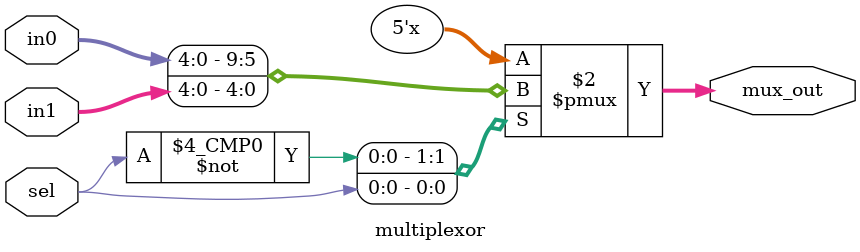
<source format=v>
module multiplexor #(
    parameter WIDTH = 5
)(
    input wire [WIDTH-1:0] in0,
    input wire [WIDTH-1:0] in1,  
    input wire sel,
    output reg [WIDTH-1:0] mux_out
);

always @(*) begin
    case (sel)
        1'b0: mux_out = in0; 
        1'b1: mux_out = in1; 
        default: mux_out = {WIDTH{1'b0}};
    endcase
end

endmodule
</source>
